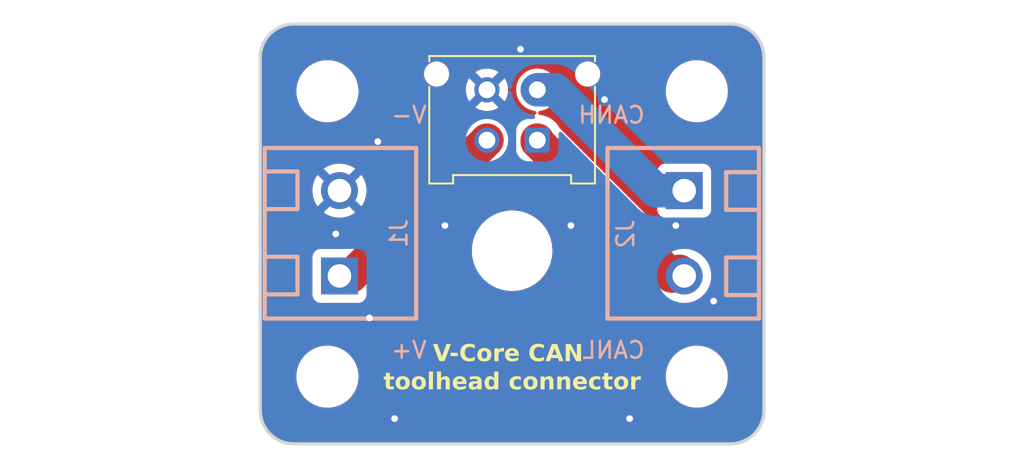
<source format=kicad_pcb>
(kicad_pcb (version 20241229) (generator "pcbnew") (generator_version "9.0")
  (layers (0 "F.Cu" signal) (2 "B.Cu" signal) (13 "F.Paste" user) (15 "B.Paste" user) (5 "F.SilkS" user "F.Silkscreen") (7 "B.SilkS" user "B.Silkscreen") (1 "F.Mask" user) (3 "B.Mask" user) (25 "Edge.Cuts" user))
  (net 0 "")
  (net 1 "Net-(J0-Pin_2)")
  (net 2 "GND")
  (net 3 "Net-(J0-Pin_3)")
  (net 4 "Net-(J0-Pin_1)")
  (footprint "MountingHole:MountingHole_3.2mm_M3" (layer "F.Cu") (at 165 105)
    (property "Reference" "REF**" (hide yes))
    (property "Value" "MountingHole_3.2mm_M3")
    (pad "" np_thru_hole circle (at 0 0) (size 3.2 3.2) (drill 3.2) (layers "*.Cu" "*.Mask"))
  )
  (footprint "Connector_Molex:Molex_Micro-Fit_3.0_43045-0412_2x02_P3.00mm_Vertical" (layer "F.Cu") (at 177.5 107.915 180)
    (property "Reference" "J0" (hide yes))
    (property "Value" "Toolhead connector")
    (fp_line (start 6.435 5.01) (end 6.435 4.7) (stroke (width 0.12)) (layer "F.SilkS"))
    (fp_line (start 6.435 -2.58) (end 6.435 3.18) (stroke (width 0.12)) (layer "F.SilkS"))
    (fp_line (start 5.015 -2.08) (end 5.015 -2.58) (stroke (width 0.12)) (layer "F.SilkS"))
    (fp_line (start 5.015 -2.58) (end 6.435 -2.58) (stroke (width 0.12)) (layer "F.SilkS"))
    (fp_line (start -2.015 -2.08) (end 5.015 -2.08) (stroke (width 0.12)) (layer "F.SilkS"))
    (fp_line (start -2.015 -2.58) (end -2.015 -2.08) (stroke (width 0.12)) (layer "F.SilkS"))
    (fp_line (start -3.435 5.01) (end 6.435 5.01) (stroke (width 0.12)) (layer "F.SilkS"))
    (fp_line (start -3.435 4.7) (end -3.435 5.01) (stroke (width 0.12)) (layer "F.SilkS"))
    (fp_line (start -3.435 3.18) (end -3.435 -2.58) (stroke (width 0.12)) (layer "F.SilkS"))
    (fp_line (start -3.435 -2.58) (end -2.015 -2.58) (stroke (width 0.12)) (layer "F.SilkS"))
    (pad "" np_thru_hole circle (at -3 3.94 180) (size 1 1) (drill 1) (layers "*.Cu" "*.Mask"))
    (pad "" np_thru_hole circle (at 6 3.94 180) (size 1 1) (drill 1) (layers "*.Cu" "*.Mask"))
    (pad "1" thru_hole roundrect (at 0 0 180) (size 1.5 1.5) (drill 1) (layers "*.Cu" "*.Mask") (roundrect_rratio 0.1666673333) (net 4 "Net-(J0-Pin_1)"))
    (pad "2" thru_hole circle (at 3 0 180) (size 1.5 1.5) (drill 1) (layers "*.Cu" "*.Mask") (net 1 "Net-(J0-Pin_2)"))
    (pad "3" thru_hole circle (at 0 3 180) (size 1.5 1.5) (drill 1) (layers "*.Cu" "*.Mask") (net 3 "Net-(J0-Pin_3)"))
    (pad "4" thru_hole circle (at 3 3 180) (size 1.5 1.5) (drill 1) (layers "*.Cu" "*.Mask") (net 2 "GND"))
  )
  (footprint "MountingHole:MountingHole_3.2mm_M3" (layer "F.Cu") (at 187 122)
    (property "Reference" "REF**" (hide yes))
    (property "Value" "MountingHole_3.2mm_M3")
    (pad "" np_thru_hole circle (at 0 0) (size 3.2 3.2) (drill 3.2) (layers "*.Cu" "*.Mask"))
  )
  (footprint "MountingHole:MountingHole_3.2mm_M3" (layer "F.Cu") (at 187 105)
    (property "Reference" "REF**" (hide yes))
    (property "Value" "MountingHole_3.2mm_M3")
    (pad "" np_thru_hole circle (at 0 0) (size 3.2 3.2) (drill 3.2) (layers "*.Cu" "*.Mask"))
  )
  (footprint "MountingHole:MountingHole_4.3mm_M4" (layer "F.Cu") (at 176 114.5)
    (property "Reference" "REF**" (hide yes))
    (property "Value" "MountingHole_4.3mm_M4")
    (pad "" np_thru_hole circle (at 0 0) (size 4.3 4.3) (drill 4.3) (layers "*.Cu" "*.Mask"))
  )
  (footprint "MountingHole:MountingHole_3.2mm_M3" (layer "F.Cu") (at 165 122)
    (property "Reference" "REF**" (hide yes))
    (property "Value" "MountingHole_3.2mm_M3")
    (pad "" np_thru_hole circle (at 0 0) (size 3.2 3.2) (drill 3.2) (layers "*.Cu" "*.Mask"))
  )
  (footprint "molex-shelf:CONN-TH_2P-P5.08_796949-2" (layer "B.Cu") (at 186.25 113.46 -90)
    (property "Reference" "J2" (at 0.04 3.5 90) (layer "B.SilkS") (effects (justify mirror)))
    (property "Value" "R")
    (fp_line (start -5.08 4.57) (end 5.08 4.57) (stroke (width 0.25)) (layer "B.SilkS"))
    (fp_line (start 5.08 4.57) (end 5.08 -4.45) (stroke (width 0.25)) (layer "B.SilkS"))
    (fp_line (start -3.64 -2.5) (end -1.4 -2.5) (stroke (width 0.25)) (layer "B.SilkS"))
    (fp_line (start -1.4 -2.5) (end -1.4 -4.46) (stroke (width 0.25)) (layer "B.SilkS"))
    (fp_line (start 1.44 -2.5) (end 3.68 -2.5) (stroke (width 0.25)) (layer "B.SilkS"))
    (fp_line (start 3.68 -2.5) (end 3.68 -4.46) (stroke (width 0.25)) (layer "B.SilkS"))
    (fp_line (start -5.08 -4.45) (end -5.08 4.57) (stroke (width 0.25)) (layer "B.SilkS"))
    (fp_line (start 5.08 -4.45) (end -5.08 -4.45) (stroke (width 0.25)) (layer "B.SilkS"))
    (fp_line (start -3.64 -4.46) (end -3.64 -2.5) (stroke (width 0.25)) (layer "B.SilkS"))
    (fp_line (start 1.44 -4.46) (end 1.44 -2.5) (stroke (width 0.25)) (layer "B.SilkS"))
    (pad "1" thru_hole rect (at -2.54 0 270) (size 2.2 2.2) (drill 1.399997) (layers "*.Cu" "*.Mask") (net 3 "Net-(J0-Pin_3)"))
    (pad "2" thru_hole circle (at 2.54 0 270) (size 2.2 2.2) (drill 1.399997) (layers "*.Cu" "*.Mask") (net 4 "Net-(J0-Pin_1)"))
  )
  (footprint "molex-shelf:CONN-TH_2P-P5.08_796949-2" (layer "B.Cu") (at 165.716999 113.46 90)
    (property "Reference" "J1" (at 0 3.533001 270) (layer "B.SilkS") (effects (justify mirror)))
    (property "Value" "L")
    (fp_line (start 1.44 -4.46) (end 1.44 -2.5) (stroke (width 0.25)) (layer "B.SilkS"))
    (fp_line (start -3.64 -4.46) (end -3.64 -2.5) (stroke (width 0.25)) (layer "B.SilkS"))
    (fp_line (start 5.08 -4.45) (end -5.08 -4.45) (stroke (width 0.25)) (layer "B.SilkS"))
    (fp_line (start -5.08 -4.45) (end -5.08 4.57) (stroke (width 0.25)) (layer "B.SilkS"))
    (fp_line (start 3.68 -2.5) (end 3.68 -4.46) (stroke (width 0.25)) (layer "B.SilkS"))
    (fp_line (start 1.44 -2.5) (end 3.68 -2.5) (stroke (width 0.25)) (layer "B.SilkS"))
    (fp_line (start -1.4 -2.5) (end -1.4 -4.46) (stroke (width 0.25)) (layer "B.SilkS"))
    (fp_line (start -3.64 -2.5) (end -1.4 -2.5) (stroke (width 0.25)) (layer "B.SilkS"))
    (fp_line (start 5.08 4.57) (end 5.08 -4.45) (stroke (width 0.25)) (layer "B.SilkS"))
    (fp_line (start -5.08 4.57) (end 5.08 4.57) (stroke (width 0.25)) (layer "B.SilkS"))
    (pad "1" thru_hole rect (at -2.54 0 90) (size 2.2 2.2) (drill 1.399997) (layers "*.Cu" "*.Mask") (net 1 "Net-(J0-Pin_2)"))
    (pad "2" thru_hole circle (at 2.54 0 90) (size 2.2 2.2) (drill 1.399997) (layers "*.Cu" "*.Mask") (net 2 "GND"))
  )
  (gr_line (start 189 126) (end 163 126) (stroke (width 0.2)) (layer "Edge.Cuts"))
  (gr_arc (start 191 124) (mid 190.414213 125.414213) (end 189 126) (stroke (width 0.2)) (layer "Edge.Cuts"))
  (gr_line (start 161 124) (end 161 103) (stroke (width 0.2)) (layer "Edge.Cuts"))
  (gr_arc (start 163 126) (mid 161.585786 125.414214) (end 161 124) (stroke (width 0.2)) (layer "Edge.Cuts"))
  (gr_line (start 163 101) (end 189 101) (stroke (width 0.2)) (layer "Edge.Cuts"))
  (gr_line (start 191 103) (end 191 124) (stroke (width 0.2)) (layer "Edge.Cuts"))
  (gr_arc (start 161 103) (mid 161.585786 101.585786) (end 163 101) (stroke (width 0.2)) (layer "Edge.Cuts"))
  (gr_arc (start 189 101) (mid 190.414214 101.585786) (end 191 103) (stroke (width 0.2)) (layer "Edge.Cuts"))
  (gr_text "V-Core CAN \ntoolhead connector" (at 176 121.5 0) (layer "F.SilkS") (effects (font (size 1 1) (thickness 0.25))))
  (gr_text "CANH" (at 184 107 0) (layer "B.SilkS") (effects (font (size 1 1)) (justify left bottom mirror)))
  (gr_text "V+" (at 171 121 0) (layer "B.SilkS") (effects (font (size 1 1)) (justify left bottom mirror)))
  (gr_text "CANL" (at 184 121 0) (layer "B.SilkS") (effects (font (size 1 1)) (justify left bottom mirror)))
  (gr_text "V-" (at 171 107 0) (layer "B.SilkS") (effects (font (size 1 1)) (justify left bottom mirror)))
  (segment (start 166.415 116) (end 165.716999 116) (width 2) (layer "F.Cu") (net 1))
  (segment (start 174.5 107.915) (end 166.415 116) (width 2) (layer "F.Cu") (net 1))
  (via (at 179.5 113) (size 0.8) (drill 0.4) (layers "F.Cu" "B.Cu") (net 2))
  (via (at 185.75 113) (size 0.8) (drill 0.4) (layers "F.Cu" "B.Cu") (net 2))
  (via (at 165.5 113.5) (size 0.8) (drill 0.4) (layers "F.Cu" "B.Cu") (net 2))
  (via (at 176.5 102.5) (size 0.8) (drill 0.4) (layers "F.Cu" "B.Cu") (net 2))
  (via (at 168 108) (size 0.8) (drill 0.4) (layers "F.Cu" "B.Cu") (net 2))
  (via (at 167.5 118.5) (size 0.8) (drill 0.4) (layers "F.Cu" "B.Cu") (net 2))
  (via (at 169 124.5) (size 0.8) (drill 0.4) (layers "F.Cu" "B.Cu") (net 2))
  (via (at 181.5 105.5) (size 0.8) (drill 0.4) (layers "F.Cu" "B.Cu") (net 2))
  (via (at 172 113) (size 0.8) (drill 0.4) (layers "F.Cu" "B.Cu") (net 2))
  (via (at 183 124.5) (size 0.8) (drill 0.4) (layers "F.Cu" "B.Cu") (net 2))
  (via (at 188 117.5) (size 0.8) (drill 0.4) (layers "F.Cu" "B.Cu") (net 2))
  (segment (start 178.56066 104.915) (end 184.56566 110.92) (width 2) (layer "B.Cu") (net 3))
  (segment (start 186.229 110.899) (end 186.25 110.92) (width 2) (layer "B.Cu") (net 3))
  (segment (start 177.5 104.915) (end 178.56066 104.915) (width 2) (layer "B.Cu") (net 3))
  (segment (start 184.56566 110.92) (end 186.25 110.92) (width 2) (layer "B.Cu") (net 3))
  (segment (start 185.5 116) (end 186.25 116) (width 2) (layer "F.Cu") (net 4))
  (segment (start 177.5 107.915) (end 177.5 108) (width 2) (layer "F.Cu") (net 4))
  (segment (start 177.5 108) (end 185.5 116) (width 2) (layer "F.Cu") (net 4))
  (segment (start 185.977001 115.727001) (end 186.25 116) (width 2) (layer "F.Cu") (net 4))
  (zone (net 2) (net_name "GND") (layers "F.Cu" "B.Cu") (connect_pads (clearance 0.508)) (min_thickness 0.254) (fill yes (thermal_gap 0.508) (thermal_bridge_width 0.508))
    (polygon (pts (xy 206.5 127) (xy 145.5 126.5) (xy 145.5 100.5) (xy 206.5 100.5)))
  )
)
</source>
